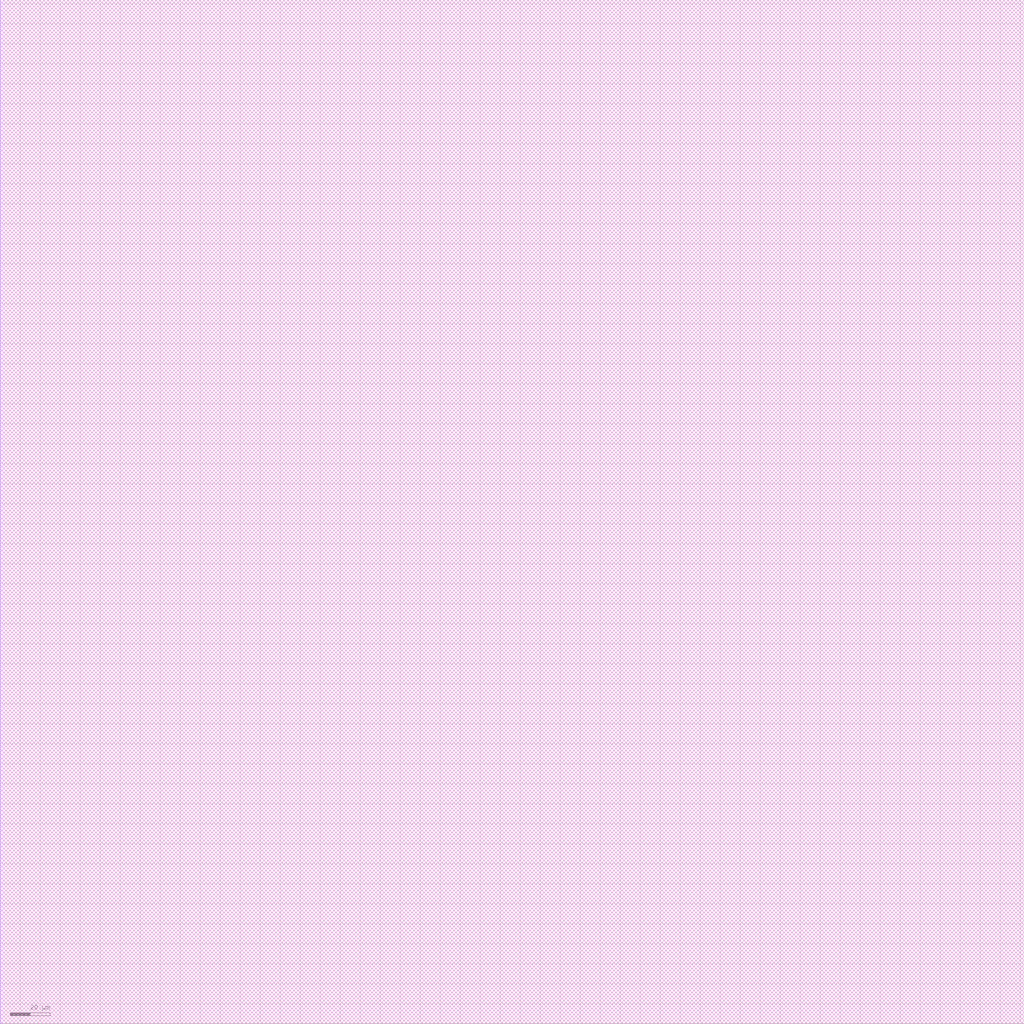
<source format=lef>
VERSION 5.8 ;

MACRO tt_logo
  CLASS BLOCK ;
  ORIGIN 0 0 ;
  FOREIGN tt_logo 0 0 ;
  SIZE 512.0 BY 512.0 ;

  OBS
    LAYER TopMetal2 ;
      RECT 0 0 512.0 512.0 ;
  END
END tt_logo

</source>
